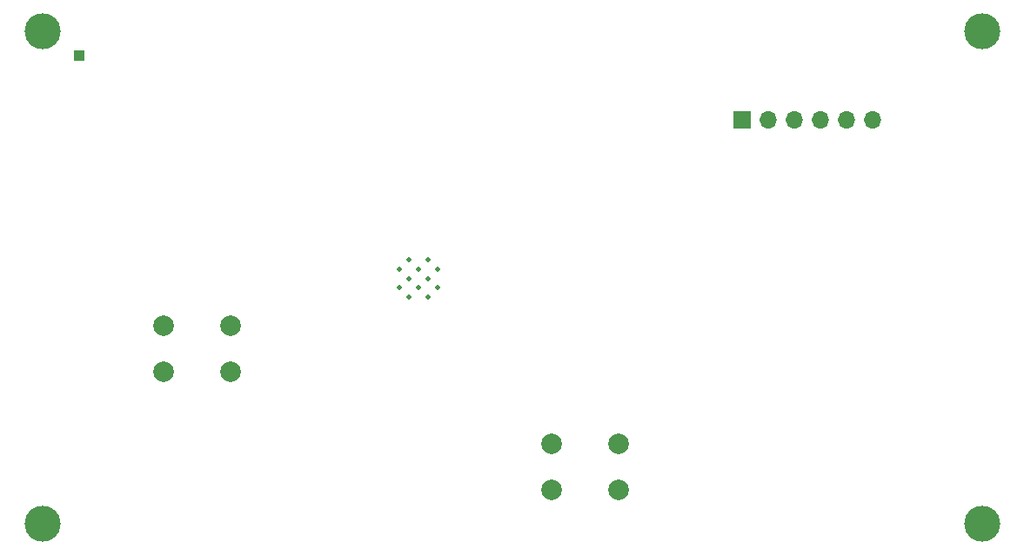
<source format=gbs>
G04 #@! TF.GenerationSoftware,KiCad,Pcbnew,7.0.8*
G04 #@! TF.CreationDate,2023-10-12T10:49:57+02:00*
G04 #@! TF.ProjectId,ESP32-aqs,45535033-322d-4617-9173-2e6b69636164,rev?*
G04 #@! TF.SameCoordinates,Original*
G04 #@! TF.FileFunction,Soldermask,Bot*
G04 #@! TF.FilePolarity,Negative*
%FSLAX46Y46*%
G04 Gerber Fmt 4.6, Leading zero omitted, Abs format (unit mm)*
G04 Created by KiCad (PCBNEW 7.0.8) date 2023-10-12 10:49:57*
%MOMM*%
%LPD*%
G01*
G04 APERTURE LIST*
%ADD10C,3.500000*%
%ADD11C,2.000000*%
%ADD12C,0.504000*%
%ADD13R,1.000000X1.000000*%
%ADD14R,1.700000X1.700000*%
%ADD15O,1.700000X1.700000*%
G04 APERTURE END LIST*
D10*
X210820000Y-109220000D03*
D11*
X137668000Y-94416000D03*
X131168000Y-94416000D03*
X137668000Y-89916000D03*
X131168000Y-89916000D03*
D12*
X155054500Y-83463000D03*
X156889500Y-83463000D03*
X154137000Y-84380500D03*
X155972000Y-84380500D03*
X157807000Y-84380500D03*
X155054500Y-85298000D03*
X156889500Y-85298000D03*
X154137000Y-86215500D03*
X155972000Y-86215500D03*
X157807000Y-86215500D03*
X155054500Y-87133000D03*
X156889500Y-87133000D03*
D10*
X119380000Y-109220000D03*
D13*
X122936000Y-63602000D03*
D14*
X187452000Y-69850000D03*
D15*
X189992000Y-69850000D03*
X192532000Y-69850000D03*
X195072000Y-69850000D03*
X197612000Y-69850000D03*
X200152000Y-69850000D03*
D10*
X210820000Y-61214000D03*
X119380000Y-61214000D03*
D11*
X168962000Y-101382000D03*
X175462000Y-101382000D03*
X168962000Y-105882000D03*
X175462000Y-105882000D03*
M02*

</source>
